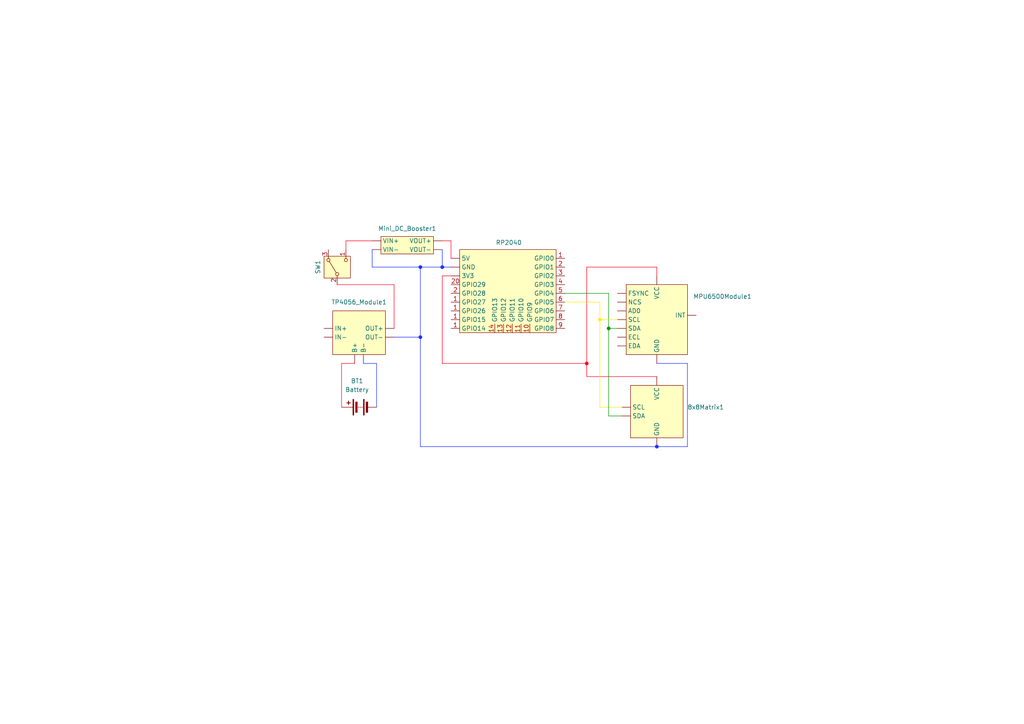
<source format=kicad_sch>
(kicad_sch (version 20250114) (generator "eeschema") (generator_version "9.0")
  (paper "A4")
  (lib_symbols
    (symbol "Device:Battery" (pin_numbers (hide yes)) (pin_names (offset 0) (hide yes))
      (property "Reference" "BT" (at 2.54 2.54 0))
      (property "Value" "Battery" (at 2.54 0 0))
      (symbol "Battery_0_1"
        (rectangle (start -2.286 1.778) (end 2.286 1.524) (fill (type outline)))
        (rectangle (start -2.286 -1.27) (end 2.286 -1.524) (fill (type outline)))
        (rectangle (start -1.524 1.016) (end 1.524 0.508) (fill (type outline)))
        (rectangle (start -1.524 -2.032) (end 1.524 -2.54) (fill (type outline)))
        (polyline (pts (xy 0 1.778) (xy 0 2.54)))
        (polyline (pts (xy 0 0) (xy 0 0.254)))
        (polyline (pts (xy 0 -0.508) (xy 0 -0.254)))
        (polyline (pts (xy 0 -1.016) (xy 0 -0.762)))
        (polyline (pts (xy 0.762 3.048) (xy 1.778 3.048)) (stroke (width 0.254)))
        (polyline (pts (xy 1.27 3.556) (xy 1.27 2.54)) (stroke (width 0.254)))
      )
      (symbol "Battery_1_1"
        (pin passive line (at 0 5.08 270) (length 2.54) (name "+") (number "1"))
        (pin passive line (at 0 -5.08 90) (length 2.54) (name "-") (number "2"))
      )
    )
    (symbol "RP2040-Tiny:RP2040-Tiny"
      (property "Reference" "U1" (at 14.224 2.032 0))
      (symbol "RP2040-Tiny_1_1"
        (rectangle (start 0 0) (end 27.94 -24.13) (fill (type background)))
        (pin bidirectional line (at -2.54 -2.54 0) (length 2.54) (name "5V") (number ""))
        (pin bidirectional line (at -2.54 -5.08 0) (length 2.54) (name "GND") (number ""))
        (pin bidirectional line (at -2.54 -7.62 0) (length 2.54) (name "3V3") (number ""))
        (pin bidirectional line (at -2.54 -10.16 0) (length 2.54) (name "GPIO29") (number "20"))
        (pin bidirectional line (at -2.54 -12.7 0) (length 2.54) (name "GPIO28") (number "2"))
        (pin bidirectional line (at -2.54 -15.24 0) (length 2.54) (name "GPIO27") (number "1"))
        (pin bidirectional line (at -2.54 -17.78 0) (length 2.54) (name "GPIO26") (number "1"))
        (pin bidirectional line (at -2.54 -20.32 0) (length 2.54) (name "GPIO15") (number "1"))
        (pin bidirectional line (at -2.54 -22.86 0) (length 2.54) (name "GPIO14") (number "1"))
        (pin bidirectional line (at 10.16 -24.13 90) (length 2.54) (name "GPIO13") (number "14"))
        (pin bidirectional line (at 12.7 -24.13 90) (length 2.54) (name "GPIO12") (number "13"))
        (pin bidirectional line (at 15.24 -24.13 90) (length 2.54) (name "GPIO11") (number "12"))
        (pin bidirectional line (at 17.78 -24.13 90) (length 2.54) (name "GPIO10") (number "11"))
        (pin bidirectional line (at 20.32 -24.13 90) (length 2.54) (name "GPIO9") (number "10"))
        (pin bidirectional line (at 30.48 -2.54 180) (length 2.54) (name "GPIO0") (number "1"))
        (pin bidirectional line (at 30.48 -5.08 180) (length 2.54) (name "GPIO1") (number "2"))
        (pin bidirectional line (at 30.48 -7.62 180) (length 2.54) (name "GPIO2") (number "3"))
        (pin bidirectional line (at 30.48 -10.16 180) (length 2.54) (name "GPIO3") (number "4"))
        (pin bidirectional line (at 30.48 -12.7 180) (length 2.54) (name "GPIO4") (number "5"))
        (pin bidirectional line (at 30.48 -15.24 180) (length 2.54) (name "GPIO5") (number "6"))
        (pin bidirectional line (at 30.48 -17.78 180) (length 2.54) (name "GPIO6") (number "7"))
        (pin bidirectional line (at 30.48 -20.32 180) (length 2.54) (name "GPIO7") (number "8"))
        (pin bidirectional line (at 30.48 -22.86 180) (length 2.54) (name "GPIO8") (number "9"))
      )
    )
    (symbol "Small_car_library:8x8_Matrix"
      (property "Reference" "8x8Matrix" (at 8.89 -0.254 90))
      (symbol "8x8_Matrix_1_1"
        (rectangle (start -7.62 7.62) (end 7.62 -7.62) (fill (type background)))
        (pin input line (at -10.16 1.27 0) (length 2.54) (name "SCL") (number ""))
        (pin bidirectional line (at -10.16 -1.27 0) (length 2.54) (name "SDA") (number ""))
        (pin input line (at 0 10.16 270) (length 2.54) (name "VCC") (number ""))
        (pin input line (at 0 -10.16 90) (length 2.54) (name "GND") (number ""))
      )
    )
    (symbol "Small_car_library:MPU6500"
      (property "Reference" "MPU6500Module" (at 0.254 -12.446 0))
      (symbol "MPU6500_1_1"
        (rectangle (start -8.89 8.89) (end 8.89 -11.43) (fill (type background)))
        (pin input line (at -11.43 6.35 0) (length 2.54) (name "FSYNC") (number ""))
        (pin input line (at -11.43 3.81 0) (length 2.54) (name "NCS") (number ""))
        (pin input line (at -11.43 1.27 0) (length 2.54) (name "AD0") (number ""))
        (pin input line (at -11.43 -1.27 0) (length 2.54) (name "SCL") (number ""))
        (pin bidirectional line (at -11.43 -3.81 0) (length 2.54) (name "SDA") (number ""))
        (pin bidirectional line (at -11.43 -6.35 0) (length 2.54) (name "ECL") (number ""))
        (pin bidirectional line (at -11.43 -8.89 0) (length 2.54) (name "EDA") (number ""))
        (pin input line (at 0 11.43 270) (length 2.54) (name "VCC") (number ""))
        (pin input line (at 0 -13.97 90) (length 2.54) (name "GND") (number ""))
        (pin output line (at 11.43 0 180) (length 2.54) (name "INT") (number ""))
      )
    )
    (symbol "Small_car_library:Mini_DC_Booster"
      (property "Reference" "Mini_DC_Booster" (at 0 -3.81 0))
      (symbol "Mini_DC_Booster_1_1"
        (rectangle (start -7.62 2.54) (end 7.62 -2.54) (fill (type background)))
        (pin input line (at -10.16 1.27 0) (length 2.54) (name "VIN+") (number ""))
        (pin input line (at -10.16 -1.27 0) (length 2.54) (name "VIN-") (number ""))
        (pin output line (at 10.16 1.27 180) (length 2.54) (name "VOUT+") (number ""))
        (pin output line (at 10.16 -1.27 180) (length 2.54) (name "VOUT-") (number ""))
      )
    )
    (symbol "Small_car_library:TP4056_Module"
      (property "Reference" "TP4056_Module" (at -0.508 7.366 0))
      (symbol "TP4056_Module_1_1"
        (rectangle (start -7.62 6.35) (end 7.62 -6.35) (fill (type background)))
        (pin input line (at -10.16 1.27 0) (length 2.54) (name "IN+") (number ""))
        (pin input line (at -10.16 -1.27 0) (length 2.54) (name "IN-") (number ""))
        (pin input line (at -1.27 -8.89 90) (length 2.54) (name "B+") (number ""))
        (pin input line (at 1.27 -8.89 90) (length 2.54) (name "B-") (number ""))
        (pin input line (at 10.16 1.27 180) (length 2.54) (name "OUT+") (number ""))
        (pin input line (at 10.16 -1.27 180) (length 2.54) (name "OUT-") (number ""))
      )
    )
    (symbol "Switch:SW_Nidec_CAS-120A1" (pin_names (offset 1) (hide yes))
      (property "Reference" "SW" (at 0 4.318 0))
      (property "Value" "SW_Nidec_CAS-120A1" (at 0 -5.08 0))
      (symbol "SW_Nidec_CAS-120A1_0_1"
        (circle (center -2.032 0) (radius 0.4572))
        (polyline (pts (xy -1.651 0.254) (xy 1.651 2.286)))
        (circle (center 2.032 2.54) (radius 0.4572))
        (circle (center 2.032 -2.54) (radius 0.4572))
      )
      (symbol "SW_Nidec_CAS-120A1_1_1"
        (rectangle (start -3.175 3.81) (end 3.175 -3.81) (fill (type background)))
        (pin passive line (at -5.08 0 0) (length 2.54) (name "B") (number "2"))
        (pin passive line (at 5.08 2.54 180) (length 2.54) (name "A") (number "3"))
        (pin passive line (at 5.08 -2.54 180) (length 2.54) (name "C") (number "1"))
      )
    )
  )
  (junction (at 173.99 92.71) (color 255 234 6 1))
  (junction (at 176.53 95.25))
  (junction (at 190.5 129.54) (color 24 42 255 1))
  (junction (at 121.92 77.47) (color 24 42 255 1))
  (junction (at 121.92 97.79) (color 24 42 255 1))
  (junction (at 128.27 77.47) (color 24 42 255 1))
  (junction (at 170.18 105.41) (color 255 0 31 1))
  (wire (pts (xy 176.53 95.25) (xy 179.07 95.25)))
  (wire (pts (xy 170.18 77.47) (xy 190.5 77.47)) (stroke (width 0) (color 255 0 31 1)))
  (wire (pts (xy 128.27 80.01) (xy 130.81 80.01)) (stroke (width 0) (color 255 0 31 1)))
  (wire (pts (xy 121.92 97.79) (xy 121.92 129.54)) (stroke (width 0) (color 24 42 255 1)))
  (wire (pts (xy 99.06 105.41) (xy 102.87 105.41)) (stroke (width 0) (color 255 0 31 1)))
  (wire (pts (xy 130.81 69.85) (xy 128.27 69.85)) (stroke (width 0) (color 255 0 31 1)))
  (wire (pts (xy 173.99 87.63) (xy 173.99 92.71)) (stroke (width 0) (color 255 234 6 1)))
  (wire (pts (xy 128.27 80.01) (xy 128.27 105.41)) (stroke (width 0) (color 255 0 31 1)))
  (wire (pts (xy 130.81 77.47) (xy 128.27 77.47)) (stroke (width 0) (color 24 42 255 1)))
  (wire (pts (xy 176.53 120.65) (xy 176.53 95.25)))
  (wire (pts (xy 170.18 105.41) (xy 170.18 77.47)) (stroke (width 0) (color 255 0 31 1)))
  (wire (pts (xy 190.5 77.47) (xy 190.5 80.01)) (stroke (width 0) (color 255 0 31 1)))
  (wire (pts (xy 121.92 97.79) (xy 114.3 97.79)) (stroke (width 0) (color 24 42 255 1)))
  (wire (pts (xy 130.81 74.93) (xy 130.81 69.85)) (stroke (width 0) (color 255 0 31 1)))
  (wire (pts (xy 163.83 87.63) (xy 173.99 87.63)) (stroke (width 0) (color 255 234 6 1)))
  (wire (pts (xy 190.5 105.41) (xy 199.39 105.41)) (stroke (width 0) (color 24 42 255 1)))
  (wire (pts (xy 121.92 77.47) (xy 128.27 77.47)) (stroke (width 0) (color 24 42 255 1)))
  (wire (pts (xy 176.53 120.65) (xy 180.34 120.65)))
  (wire (pts (xy 128.27 105.41) (xy 170.18 105.41)) (stroke (width 0) (color 255 0 31 1)))
  (wire (pts (xy 173.99 118.11) (xy 180.34 118.11)) (stroke (width 0) (color 255 234 6 1)))
  (wire (pts (xy 190.5 129.54) (xy 199.39 129.54)) (stroke (width 0) (color 24 42 255 1)))
  (wire (pts (xy 121.92 77.47) (xy 121.92 97.79)) (stroke (width 0) (color 24 42 255 1)))
  (wire (pts (xy 170.18 109.22) (xy 190.5 109.22)) (stroke (width 0) (color 255 0 31 1)))
  (wire (pts (xy 99.06 118.11) (xy 99.06 105.41)) (stroke (width 0) (color 255 0 31 1)))
  (wire (pts (xy 128.27 77.47) (xy 128.27 72.39)) (stroke (width 0) (color 24 42 255 1)))
  (wire (pts (xy 100.33 72.39) (xy 100.33 69.85)) (stroke (width 0) (color 255 0 31 1)))
  (wire (pts (xy 176.53 95.25) (xy 176.53 85.09)))
  (wire (pts (xy 107.95 77.47) (xy 121.92 77.47)) (stroke (width 0) (color 24 42 255 1)))
  (wire (pts (xy 109.22 118.11) (xy 109.22 105.41)) (stroke (width 0) (color 24 42 255 1)))
  (wire (pts (xy 114.3 95.25) (xy 114.3 82.55)) (stroke (width 0) (color 255 0 31 1)))
  (wire (pts (xy 163.83 85.09) (xy 176.53 85.09)))
  (wire (pts (xy 114.3 82.55) (xy 97.79 82.55)) (stroke (width 0) (color 255 0 31 1)))
  (wire (pts (xy 100.33 69.85) (xy 107.95 69.85)) (stroke (width 0) (color 255 0 31 1)))
  (wire (pts (xy 199.39 129.54) (xy 199.39 105.41)) (stroke (width 0) (color 24 42 255 1)))
  (wire (pts (xy 107.95 72.39) (xy 107.95 77.47)) (stroke (width 0) (color 24 42 255 1)))
  (wire (pts (xy 109.22 105.41) (xy 105.41 105.41)) (stroke (width 0) (color 24 42 255 1)))
  (wire (pts (xy 121.92 129.54) (xy 190.5 129.54)) (stroke (width 0) (color 24 42 255 1)))
  (wire (pts (xy 170.18 105.41) (xy 170.18 109.22)) (stroke (width 0) (color 255 0 31 1)))
  (wire (pts (xy 173.99 92.71) (xy 173.99 118.11)) (stroke (width 0) (color 255 234 6 1)))
  (wire (pts (xy 173.99 92.71) (xy 179.07 92.71)) (stroke (width 0) (color 255 234 6 1)))
  (symbol (lib_id "Small_car_library:Mini_DC_Booster") (at 118.11 71.12 0) (unit 1)
    (property "Reference" "Mini_DC_Booster1" (at 118.11 66.294 0))
    (property "Footprint" "Custom_Library:DC_Boost_Converter" (effects (hide yes)))
  )
  (symbol (lib_id "Device:Battery") (at 104.14 118.11 90) (unit 1)
    (property "Reference" "BT1" (at 103.5685 110.49 90))
    (property "Value" "Battery" (at 103.5685 113.03 90))
    (property "Description" "Multiple-cell battery" (effects (hide yes)))
  )
  (symbol (lib_id "Small_car_library:MPU6500") (at 190.5 91.44 0) (unit 1)
    (property "Reference" "MPU6500Module1" (at 209.55 85.9946 0))
    (property "Footprint" "Custom_Library:Basic_i2c" (effects (hide yes)))
  )
  (symbol (lib_id "Small_car_library:TP4056_Module") (at 104.14 96.52 0) (unit 1)
    (property "Reference" "TP4056_Module1" (at 104.14 87.63 0))
    (property "Footprint" "Custom_Library:TP4056_Charger_Module" (effects (hide yes)))
  )
  (symbol (lib_id "RP2040-Tiny:RP2040-Tiny") (at 133.35 72.39 0) (unit 1)
    (property "Reference" "RP2040" (at 147.574 70.358 0))
    (property "Footprint" "Custom_Library:RP2040_Tiny" (effects (hide yes)))
  )
  (symbol (lib_id "Switch:SW_Nidec_CAS-120A1") (at 97.79 77.47 90) (unit 1)
    (property "Reference" "SW1" (at 92.202 77.47 0))
    (property "Value" "SW_Nidec_CAS-120A1" (effects (hide yes)))
    (property "Footprint" "Custom_Library:Swich" (effects (hide yes)))
    (property "Datasheet" "https://www.nidec-components.com/e/catalog/switch/cas.pdf" (effects (hide yes)))
    (property "Description" "Switch, single pole double throw" (effects (hide yes)))
  )
  (symbol (lib_id "Small_car_library:8x8_Matrix") (at 190.5 119.38 0) (unit 1)
    (property "Reference" "8x8Matrix1" (at 199.39 118.1099 0) (effects (justify left)))
    (property "Footprint" "Custom_Library:Basic_i2c" (effects (hide yes)))
  )
)
</source>
